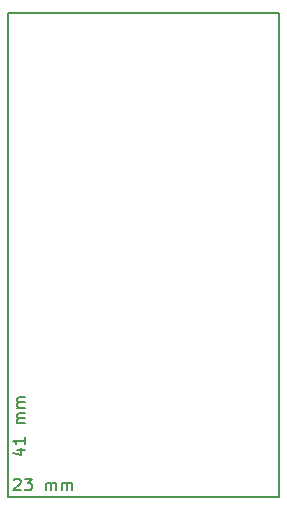
<source format=gbr>
%TF.GenerationSoftware,KiCad,Pcbnew,5.1.9*%
%TF.CreationDate,2021-06-10T11:58:43+02:00*%
%TF.ProjectId,burner,6275726e-6572-42e6-9b69-6361645f7063,rev?*%
%TF.SameCoordinates,Original*%
%TF.FileFunction,Other,ECO2*%
%FSLAX46Y46*%
G04 Gerber Fmt 4.6, Leading zero omitted, Abs format (unit mm)*
G04 Created by KiCad (PCBNEW 5.1.9) date 2021-06-10 11:58:43*
%MOMM*%
%LPD*%
G01*
G04 APERTURE LIST*
%ADD10C,0.150000*%
G04 APERTURE END LIST*
D10*
X125523809Y-119547619D02*
X125571428Y-119500000D01*
X125666666Y-119452380D01*
X125904761Y-119452380D01*
X126000000Y-119500000D01*
X126047619Y-119547619D01*
X126095238Y-119642857D01*
X126095238Y-119738095D01*
X126047619Y-119880952D01*
X125476190Y-120452380D01*
X126095238Y-120452380D01*
X126428571Y-119452380D02*
X127047619Y-119452380D01*
X126714285Y-119833333D01*
X126857142Y-119833333D01*
X126952380Y-119880952D01*
X127000000Y-119928571D01*
X127047619Y-120023809D01*
X127047619Y-120261904D01*
X127000000Y-120357142D01*
X126952380Y-120404761D01*
X126857142Y-120452380D01*
X126571428Y-120452380D01*
X126476190Y-120404761D01*
X126428571Y-120357142D01*
X128238095Y-120452380D02*
X128238095Y-119785714D01*
X128238095Y-119880952D02*
X128285714Y-119833333D01*
X128380952Y-119785714D01*
X128523809Y-119785714D01*
X128619047Y-119833333D01*
X128666666Y-119928571D01*
X128666666Y-120452380D01*
X128666666Y-119928571D02*
X128714285Y-119833333D01*
X128809523Y-119785714D01*
X128952380Y-119785714D01*
X129047619Y-119833333D01*
X129095238Y-119928571D01*
X129095238Y-120452380D01*
X129571428Y-120452380D02*
X129571428Y-119785714D01*
X129571428Y-119880952D02*
X129619047Y-119833333D01*
X129714285Y-119785714D01*
X129857142Y-119785714D01*
X129952380Y-119833333D01*
X130000000Y-119928571D01*
X130000000Y-120452380D01*
X130000000Y-119928571D02*
X130047619Y-119833333D01*
X130142857Y-119785714D01*
X130285714Y-119785714D01*
X130380952Y-119833333D01*
X130428571Y-119928571D01*
X130428571Y-120452380D01*
X125785714Y-117000000D02*
X126452380Y-117000000D01*
X125404761Y-117238095D02*
X126119047Y-117476190D01*
X126119047Y-116857142D01*
X126452380Y-115952380D02*
X126452380Y-116523809D01*
X126452380Y-116238095D02*
X125452380Y-116238095D01*
X125595238Y-116333333D01*
X125690476Y-116428571D01*
X125738095Y-116523809D01*
X126452380Y-114761904D02*
X125785714Y-114761904D01*
X125880952Y-114761904D02*
X125833333Y-114714285D01*
X125785714Y-114619047D01*
X125785714Y-114476190D01*
X125833333Y-114380952D01*
X125928571Y-114333333D01*
X126452380Y-114333333D01*
X125928571Y-114333333D02*
X125833333Y-114285714D01*
X125785714Y-114190476D01*
X125785714Y-114047619D01*
X125833333Y-113952380D01*
X125928571Y-113904761D01*
X126452380Y-113904761D01*
X126452380Y-113428571D02*
X125785714Y-113428571D01*
X125880952Y-113428571D02*
X125833333Y-113380952D01*
X125785714Y-113285714D01*
X125785714Y-113142857D01*
X125833333Y-113047619D01*
X125928571Y-113000000D01*
X126452380Y-113000000D01*
X125928571Y-113000000D02*
X125833333Y-112952380D01*
X125785714Y-112857142D01*
X125785714Y-112714285D01*
X125833333Y-112619047D01*
X125928571Y-112571428D01*
X126452380Y-112571428D01*
X148000000Y-80000000D02*
X148000000Y-121000000D01*
X125000000Y-80000000D02*
X148000000Y-80000000D01*
X125000000Y-121000000D02*
X125000000Y-80000000D01*
X126000000Y-121000000D02*
X125000000Y-121000000D01*
X127000000Y-121000000D02*
X126000000Y-121000000D01*
X128000000Y-121000000D02*
X127000000Y-121000000D01*
X130000000Y-121000000D02*
X128000000Y-121000000D01*
X148000000Y-121000000D02*
X130000000Y-121000000D01*
M02*

</source>
